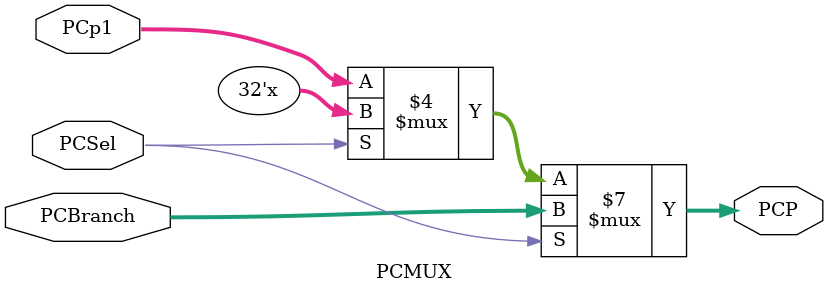
<source format=v>
`timescale 1ns / 1ps

/// PC MUX /// **Outputs PC'**
module PCMUX(
input PCSel,
input [31 : 0] PCp1, PCBranch,
output reg [31 : 0] PCP
);
   
   always @(*) begin
        
        //PCP uses the value of PCBranch if PCSel is 1
        if(PCSel == 1'b1)
            PCP <= PCBranch;
   
       
        //PCP uses the value of PCP1 if PCSel is zero
        else if(PCSel == 1'b0) begin
            PCP <= PCp1;
            end
    
   end// end always
    
endmodule
</source>
